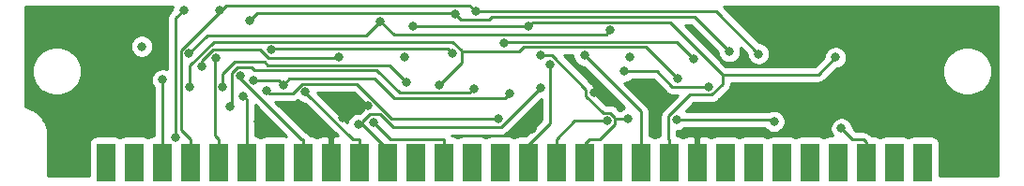
<source format=gbr>
%TF.GenerationSoftware,KiCad,Pcbnew,(5.1.9)-1*%
%TF.CreationDate,2021-01-13T00:43:24+11:00*%
%TF.ProjectId,1M-30pinsimm,314d2d33-3070-4696-9e73-696d6d2e6b69,rev?*%
%TF.SameCoordinates,Original*%
%TF.FileFunction,Copper,L4,Bot*%
%TF.FilePolarity,Positive*%
%FSLAX46Y46*%
G04 Gerber Fmt 4.6, Leading zero omitted, Abs format (unit mm)*
G04 Created by KiCad (PCBNEW (5.1.9)-1) date 2021-01-13 00:43:24*
%MOMM*%
%LPD*%
G01*
G04 APERTURE LIST*
%TA.AperFunction,ComponentPad*%
%ADD10R,1.780000X3.500000*%
%TD*%
%TA.AperFunction,ViaPad*%
%ADD11C,0.800000*%
%TD*%
%TA.AperFunction,Conductor*%
%ADD12C,0.250000*%
%TD*%
%TA.AperFunction,Conductor*%
%ADD13C,0.254000*%
%TD*%
%TA.AperFunction,Conductor*%
%ADD14C,0.100000*%
%TD*%
G04 APERTURE END LIST*
D10*
%TO.P,B1,21*%
%TO.N,WE*%
X172974000Y-125098000D03*
%TO.P,B1,20*%
%TO.N,DQ5*%
X170434000Y-125098000D03*
%TO.P,B1,29*%
%TO.N,DP*%
X193294000Y-125098000D03*
%TO.P,B1,28*%
%TO.N,CASP*%
X190754000Y-125098000D03*
%TO.P,B1,27*%
%TO.N,RAS*%
X188214000Y-125098000D03*
%TO.P,B1,19*%
%TO.N,Net-(B1-Pad19)*%
X167894000Y-125098000D03*
%TO.P,B1,30*%
%TO.N,+5V*%
X195834000Y-125098000D03*
%TO.P,B1,26*%
%TO.N,QP*%
X185674000Y-125098000D03*
%TO.P,B1,17*%
%TO.N,A8*%
X162814000Y-125098000D03*
%TO.P,B1,25*%
%TO.N,DQ7*%
X183134000Y-125098000D03*
%TO.P,B1,22*%
%TO.N,GND*%
X175514000Y-125098000D03*
%TO.P,B1,18*%
%TO.N,A9*%
X165354000Y-125098000D03*
%TO.P,B1,24*%
%TO.N,Net-(B1-Pad24)*%
X180594000Y-125098000D03*
%TO.P,B1,23*%
%TO.N,DQ6*%
X178054000Y-125098000D03*
%TO.P,B1,12*%
%TO.N,A5*%
X150114000Y-125098000D03*
%TO.P,B1,11*%
%TO.N,A4*%
X147574000Y-125098000D03*
%TO.P,B1,10*%
%TO.N,DQ2*%
X145034000Y-125098000D03*
%TO.P,B1,16*%
%TO.N,DQ4*%
X160274000Y-125098000D03*
%TO.P,B1,13*%
%TO.N,DQ3*%
X152654000Y-125098000D03*
%TO.P,B1,9*%
%TO.N,GND*%
X142494000Y-125098000D03*
%TO.P,B1,15*%
%TO.N,A7*%
X157734000Y-125098000D03*
%TO.P,B1,14*%
%TO.N,A6*%
X155194000Y-125098000D03*
%TO.P,B1,7*%
%TO.N,A2*%
X137414000Y-125098000D03*
%TO.P,B1,8*%
%TO.N,A3*%
X139954000Y-125098000D03*
%TO.P,B1,6*%
%TO.N,DQ1*%
X134874000Y-125098000D03*
%TO.P,B1,5*%
%TO.N,A1*%
X132334000Y-125098000D03*
%TO.P,B1,4*%
%TO.N,A0*%
X129794000Y-125098000D03*
%TO.P,B1,3*%
%TO.N,DQ0*%
X127254000Y-125098000D03*
%TO.P,B1,2*%
%TO.N,CAS*%
X124714000Y-125098000D03*
%TO.P,B1,1*%
%TO.N,+5V*%
X122174000Y-125098000D03*
%TD*%
D11*
%TO.N,WE*%
X149922800Y-112748300D03*
X160265200Y-112812600D03*
X187997800Y-115603700D03*
%TO.N,DQ5*%
X165353400Y-115435000D03*
%TO.N,CASP*%
X188529500Y-122036800D03*
%TO.N,+5V*%
X169430700Y-115582700D03*
X125420700Y-114609300D03*
X149161500Y-115608100D03*
%TO.N,A8*%
X167402200Y-121348200D03*
X136692400Y-118622800D03*
X157595200Y-121133900D03*
%TO.N,GND*%
X124728100Y-118582800D03*
X170180200Y-118142700D03*
X145846800Y-119989600D03*
X123190000Y-111760000D03*
X143560500Y-121087900D03*
X190725300Y-122104200D03*
X135955300Y-121373400D03*
X160665000Y-122072300D03*
X166224800Y-118790000D03*
%TO.N,A9*%
X182449000Y-121406200D03*
X173675500Y-121232500D03*
X169309900Y-121117200D03*
X137102500Y-114901400D03*
X153436400Y-115226200D03*
X161421000Y-115429500D03*
%TO.N,A5*%
X173770600Y-117545200D03*
X129718400Y-118279800D03*
X152281400Y-118081800D03*
%TO.N,A4*%
X161418400Y-118339700D03*
X144994700Y-121679700D03*
%TO.N,DQ2*%
X140191700Y-118735600D03*
%TO.N,DQ4*%
X162207700Y-116248500D03*
%TO.N,DQ3*%
X146306300Y-121480400D03*
%TO.N,A7*%
X155398300Y-118414300D03*
X133413800Y-120082000D03*
%TO.N,A6*%
X176549800Y-118258800D03*
X168926600Y-116872700D03*
X132740400Y-118318000D03*
X149329200Y-117830700D03*
%TO.N,A2*%
X175171600Y-115704400D03*
X158141000Y-114314200D03*
X129194000Y-111328500D03*
X128488200Y-122838200D03*
%TO.N,A3*%
X167704900Y-113119300D03*
X146955400Y-112314600D03*
X129687800Y-115247800D03*
X134330500Y-117229600D03*
%TO.N,DQ1*%
X134565300Y-119095300D03*
%TO.N,A1*%
X135178800Y-112265700D03*
X132133300Y-115646500D03*
X153699000Y-111651100D03*
X178437900Y-115071700D03*
%TO.N,A0*%
X132403800Y-111328500D03*
X155565700Y-111454500D03*
X181059300Y-115276100D03*
%TO.N,DQ0*%
X143234900Y-115581100D03*
X130822800Y-116397100D03*
X127286500Y-117637300D03*
%TO.N,CAS*%
X158622000Y-118857300D03*
X135469300Y-117651200D03*
X138180200Y-118077100D03*
%TD*%
D12*
%TO.N,WE*%
X172974000Y-123022700D02*
X172950200Y-122998900D01*
X172950200Y-122998900D02*
X172950200Y-120932100D01*
X172950200Y-120932100D02*
X174898200Y-118984100D01*
X174898200Y-118984100D02*
X176850300Y-118984100D01*
X176850300Y-118984100D02*
X177794200Y-118040200D01*
X177794200Y-118040200D02*
X177794200Y-117141600D01*
X187997800Y-115603700D02*
X186459900Y-117141600D01*
X186459900Y-117141600D02*
X177794200Y-117141600D01*
X177794200Y-117141600D02*
X173046600Y-112394000D01*
X173046600Y-112394000D02*
X160683800Y-112394000D01*
X160683800Y-112394000D02*
X160265200Y-112812600D01*
X160265200Y-112812600D02*
X149987100Y-112812600D01*
X149987100Y-112812600D02*
X149922800Y-112748300D01*
X172974000Y-123698000D02*
X172974000Y-123022700D01*
%TO.N,DQ5*%
X165353400Y-115435000D02*
X170434000Y-120515600D01*
X170434000Y-120515600D02*
X170434000Y-123698000D01*
%TO.N,CASP*%
X189515400Y-123022700D02*
X188529500Y-122036800D01*
X190754000Y-123261800D02*
X190514900Y-123022700D01*
X190754000Y-123698000D02*
X190754000Y-123261800D01*
X190514900Y-123022700D02*
X189515400Y-123022700D01*
%TO.N,A8*%
X162814000Y-123698000D02*
X162814000Y-123022700D01*
X162814000Y-123022700D02*
X164488500Y-121348200D01*
X164488500Y-121348200D02*
X167402200Y-121348200D01*
X157595200Y-121133900D02*
X147965700Y-121133900D01*
X147965700Y-121133900D02*
X144827700Y-117995900D01*
X144827700Y-117995900D02*
X139905700Y-117995900D01*
X139905700Y-117995900D02*
X139060100Y-118841500D01*
X139060100Y-118841500D02*
X136911100Y-118841500D01*
X136911100Y-118841500D02*
X136692400Y-118622800D01*
%TO.N,A9*%
X137102500Y-114901400D02*
X137172300Y-114831600D01*
X137172300Y-114831600D02*
X153041800Y-114831600D01*
X153041800Y-114831600D02*
X153436400Y-115226200D01*
X168127500Y-121117200D02*
X168127500Y-121047700D01*
X168127500Y-121047700D02*
X167702700Y-120622900D01*
X167702700Y-120622900D02*
X167032000Y-120622900D01*
X167032000Y-120622900D02*
X165499500Y-119090400D01*
X165499500Y-119090400D02*
X165499500Y-118489400D01*
X165499500Y-118489400D02*
X162439600Y-115429500D01*
X162439600Y-115429500D02*
X161421000Y-115429500D01*
X166753500Y-123022700D02*
X168127500Y-121648700D01*
X168127500Y-121648700D02*
X168127500Y-121117200D01*
X168127500Y-121117200D02*
X169309900Y-121117200D01*
X173675500Y-121232500D02*
X182275300Y-121232500D01*
X182275300Y-121232500D02*
X182449000Y-121406200D01*
X165354000Y-123477700D02*
X165809000Y-123022700D01*
X165354000Y-123698000D02*
X165354000Y-123477700D01*
X165809000Y-123022700D02*
X166753500Y-123022700D01*
%TO.N,A5*%
X154252500Y-115090500D02*
X154252500Y-115015700D01*
X154252500Y-115015700D02*
X153408800Y-114172000D01*
X153408800Y-114172000D02*
X131903500Y-114172000D01*
X131903500Y-114172000D02*
X129718400Y-116357100D01*
X129718400Y-116357100D02*
X129718400Y-118279800D01*
X152281400Y-118081800D02*
X154252500Y-116110700D01*
X154252500Y-116110700D02*
X154252500Y-115090500D01*
X154252500Y-115090500D02*
X159462800Y-115090500D01*
X159462800Y-115090500D02*
X159884600Y-114668700D01*
X159884600Y-114668700D02*
X170894100Y-114668700D01*
X170894100Y-114668700D02*
X173770600Y-117545200D01*
%TO.N,A4*%
X145352400Y-121679700D02*
X144994700Y-121679700D01*
X147574000Y-123698000D02*
X147370700Y-123698000D01*
X147370700Y-123698000D02*
X145352400Y-121679700D01*
X145352400Y-121679700D02*
X145352400Y-121408600D01*
X145352400Y-121408600D02*
X146006000Y-120755000D01*
X146006000Y-120755000D02*
X146949900Y-120755000D01*
X146949900Y-120755000D02*
X148100100Y-121905200D01*
X148100100Y-121905200D02*
X157852900Y-121905200D01*
X157852900Y-121905200D02*
X161418400Y-118339700D01*
%TO.N,DQ2*%
X140191700Y-118735600D02*
X140191700Y-118744800D01*
X140191700Y-118744800D02*
X144469600Y-123022700D01*
X144469600Y-123022700D02*
X145034000Y-123022700D01*
X145034000Y-123698000D02*
X145034000Y-123022700D01*
%TO.N,DQ4*%
X162207700Y-121595500D02*
X162207700Y-116248500D01*
X160274000Y-123529200D02*
X162207700Y-121595500D01*
X160274000Y-123698000D02*
X160274000Y-123529200D01*
%TO.N,DQ3*%
X152654000Y-123698000D02*
X152654000Y-123022700D01*
X152654000Y-123022700D02*
X147848600Y-123022700D01*
X147848600Y-123022700D02*
X146306300Y-121480400D01*
%TO.N,A7*%
X133413800Y-120082000D02*
X133509300Y-119986500D01*
X133509300Y-119986500D02*
X133509300Y-116982000D01*
X133509300Y-116982000D02*
X134012400Y-116478900D01*
X134012400Y-116478900D02*
X135322900Y-116478900D01*
X135322900Y-116478900D02*
X135600700Y-116756700D01*
X135600700Y-116756700D02*
X146605100Y-116756700D01*
X146605100Y-116756700D02*
X148668600Y-118820200D01*
X148668600Y-118820200D02*
X154992400Y-118820200D01*
X154992400Y-118820200D02*
X155398300Y-118414300D01*
%TO.N,A6*%
X168926600Y-116872700D02*
X171872600Y-116872700D01*
X171872600Y-116872700D02*
X173270500Y-118270600D01*
X173270500Y-118270600D02*
X176538000Y-118270600D01*
X176538000Y-118270600D02*
X176549800Y-118258800D01*
X132740400Y-118318000D02*
X132740400Y-117114000D01*
X132740400Y-117114000D02*
X133825900Y-116028500D01*
X133825900Y-116028500D02*
X136525300Y-116028500D01*
X136525300Y-116028500D02*
X136803200Y-116306400D01*
X136803200Y-116306400D02*
X147804900Y-116306400D01*
X147804900Y-116306400D02*
X149329200Y-117830700D01*
%TO.N,A2*%
X158141000Y-114314200D02*
X158236900Y-114218300D01*
X158236900Y-114218300D02*
X173685500Y-114218300D01*
X173685500Y-114218300D02*
X175171600Y-115704400D01*
X128488200Y-122838200D02*
X128488200Y-112034300D01*
X128488200Y-112034300D02*
X129194000Y-111328500D01*
%TO.N,A3*%
X146955400Y-112314600D02*
X145637200Y-113632800D01*
X145637200Y-113632800D02*
X131302800Y-113632800D01*
X131302800Y-113632800D02*
X129687800Y-115247800D01*
X146955400Y-112314600D02*
X148178700Y-113537900D01*
X148178700Y-113537900D02*
X167286300Y-113537900D01*
X167286300Y-113537900D02*
X167704900Y-113119300D01*
X134330500Y-117229600D02*
X134330500Y-117538100D01*
X134330500Y-117538100D02*
X139815100Y-123022700D01*
X139815100Y-123022700D02*
X139954000Y-123022700D01*
X139954000Y-123698000D02*
X139954000Y-123022700D01*
%TO.N,DQ1*%
X134874000Y-123698000D02*
X134874000Y-123022700D01*
X134874000Y-123022700D02*
X134874000Y-119404000D01*
X134874000Y-119404000D02*
X134565300Y-119095300D01*
%TO.N,A1*%
X135178800Y-112265700D02*
X135868900Y-111575600D01*
X135868900Y-111575600D02*
X153623500Y-111575600D01*
X153623500Y-111575600D02*
X153699000Y-111651100D01*
X132334000Y-123698000D02*
X132334000Y-123022700D01*
X132334000Y-123022700D02*
X131996100Y-122684800D01*
X131996100Y-122684800D02*
X131996100Y-115783700D01*
X131996100Y-115783700D02*
X132133300Y-115646500D01*
X178437900Y-115071700D02*
X175279400Y-111913200D01*
X175279400Y-111913200D02*
X157027500Y-111913200D01*
X157027500Y-111913200D02*
X156742300Y-112198400D01*
X156742300Y-112198400D02*
X154246300Y-112198400D01*
X154246300Y-112198400D02*
X153699000Y-111651100D01*
%TO.N,A0*%
X132491300Y-111416000D02*
X133019900Y-110887400D01*
X133019900Y-110887400D02*
X154998600Y-110887400D01*
X154998600Y-110887400D02*
X155565700Y-111454500D01*
X129794000Y-123022700D02*
X128957300Y-122186000D01*
X128957300Y-122186000D02*
X128957300Y-114950000D01*
X128957300Y-114950000D02*
X132491300Y-111416000D01*
X132403800Y-111328500D02*
X132491300Y-111416000D01*
X129794000Y-123698000D02*
X129794000Y-123022700D01*
X181059300Y-115276100D02*
X177237700Y-111454500D01*
X177237700Y-111454500D02*
X155565700Y-111454500D01*
%TO.N,DQ0*%
X143234900Y-115581100D02*
X143140900Y-115675100D01*
X143140900Y-115675100D02*
X136808800Y-115675100D01*
X136808800Y-115675100D02*
X136054900Y-114921200D01*
X136054900Y-114921200D02*
X131832900Y-114921200D01*
X131832900Y-114921200D02*
X130822800Y-115931300D01*
X130822800Y-115931300D02*
X130822800Y-116397100D01*
X127286500Y-123665500D02*
X127254000Y-123698000D01*
X127286500Y-117637300D02*
X127286500Y-123665500D01*
%TO.N,CAS*%
X138180200Y-118077100D02*
X138731600Y-117525700D01*
X138731600Y-117525700D02*
X146439700Y-117525700D01*
X146439700Y-117525700D02*
X148184600Y-119270600D01*
X148184600Y-119270600D02*
X158208700Y-119270600D01*
X158208700Y-119270600D02*
X158622000Y-118857300D01*
X138180200Y-118077100D02*
X137754300Y-117651200D01*
X137754300Y-117651200D02*
X135469300Y-117651200D01*
%TD*%
D13*
%TO.N,GND*%
X202667000Y-126340000D02*
X197362072Y-126340000D01*
X197362072Y-123348000D01*
X197349812Y-123223518D01*
X197313502Y-123103820D01*
X197254537Y-122993506D01*
X197175185Y-122896815D01*
X197078494Y-122817463D01*
X196968180Y-122758498D01*
X196848482Y-122722188D01*
X196724000Y-122709928D01*
X194944000Y-122709928D01*
X194819518Y-122722188D01*
X194699820Y-122758498D01*
X194589506Y-122817463D01*
X194564000Y-122838395D01*
X194538494Y-122817463D01*
X194428180Y-122758498D01*
X194308482Y-122722188D01*
X194184000Y-122709928D01*
X192404000Y-122709928D01*
X192279518Y-122722188D01*
X192159820Y-122758498D01*
X192049506Y-122817463D01*
X192024000Y-122838395D01*
X191998494Y-122817463D01*
X191888180Y-122758498D01*
X191768482Y-122722188D01*
X191644000Y-122709928D01*
X191279536Y-122709928D01*
X191265002Y-122698000D01*
X191078703Y-122511702D01*
X191054901Y-122482699D01*
X190939176Y-122387726D01*
X190807147Y-122317154D01*
X190663886Y-122273697D01*
X190552233Y-122262700D01*
X190552222Y-122262700D01*
X190514900Y-122259024D01*
X190477578Y-122262700D01*
X189830202Y-122262700D01*
X189564500Y-121996998D01*
X189564500Y-121934861D01*
X189524726Y-121734902D01*
X189446705Y-121546544D01*
X189333437Y-121377026D01*
X189189274Y-121232863D01*
X189019756Y-121119595D01*
X188831398Y-121041574D01*
X188631439Y-121001800D01*
X188427561Y-121001800D01*
X188227602Y-121041574D01*
X188039244Y-121119595D01*
X187869726Y-121232863D01*
X187725563Y-121377026D01*
X187612295Y-121546544D01*
X187534274Y-121734902D01*
X187494500Y-121934861D01*
X187494500Y-122138739D01*
X187534274Y-122338698D01*
X187612295Y-122527056D01*
X187725563Y-122696574D01*
X187738917Y-122709928D01*
X187324000Y-122709928D01*
X187199518Y-122722188D01*
X187079820Y-122758498D01*
X186969506Y-122817463D01*
X186944000Y-122838395D01*
X186918494Y-122817463D01*
X186808180Y-122758498D01*
X186688482Y-122722188D01*
X186564000Y-122709928D01*
X184784000Y-122709928D01*
X184659518Y-122722188D01*
X184539820Y-122758498D01*
X184429506Y-122817463D01*
X184404000Y-122838395D01*
X184378494Y-122817463D01*
X184268180Y-122758498D01*
X184148482Y-122722188D01*
X184024000Y-122709928D01*
X182244000Y-122709928D01*
X182119518Y-122722188D01*
X181999820Y-122758498D01*
X181889506Y-122817463D01*
X181864000Y-122838395D01*
X181838494Y-122817463D01*
X181728180Y-122758498D01*
X181608482Y-122722188D01*
X181484000Y-122709928D01*
X179704000Y-122709928D01*
X179579518Y-122722188D01*
X179459820Y-122758498D01*
X179349506Y-122817463D01*
X179324000Y-122838395D01*
X179298494Y-122817463D01*
X179188180Y-122758498D01*
X179068482Y-122722188D01*
X178944000Y-122709928D01*
X177164000Y-122709928D01*
X177039518Y-122722188D01*
X176919820Y-122758498D01*
X176809506Y-122817463D01*
X176784000Y-122838395D01*
X176758494Y-122817463D01*
X176648180Y-122758498D01*
X176528482Y-122722188D01*
X176404000Y-122709928D01*
X175799750Y-122713000D01*
X175641000Y-122871750D01*
X175641000Y-124971000D01*
X175661000Y-124971000D01*
X175661000Y-125225000D01*
X175641000Y-125225000D01*
X175641000Y-125245000D01*
X175387000Y-125245000D01*
X175387000Y-125225000D01*
X175367000Y-125225000D01*
X175367000Y-124971000D01*
X175387000Y-124971000D01*
X175387000Y-122871750D01*
X175228250Y-122713000D01*
X174624000Y-122709928D01*
X174499518Y-122722188D01*
X174379820Y-122758498D01*
X174269506Y-122817463D01*
X174244000Y-122838395D01*
X174218494Y-122817463D01*
X174108180Y-122758498D01*
X173988482Y-122722188D01*
X173864000Y-122709928D01*
X173710200Y-122709928D01*
X173710200Y-122267500D01*
X173777439Y-122267500D01*
X173977398Y-122227726D01*
X174165756Y-122149705D01*
X174335274Y-122036437D01*
X174379211Y-121992500D01*
X181595969Y-121992500D01*
X181645063Y-122065974D01*
X181789226Y-122210137D01*
X181958744Y-122323405D01*
X182147102Y-122401426D01*
X182347061Y-122441200D01*
X182550939Y-122441200D01*
X182750898Y-122401426D01*
X182939256Y-122323405D01*
X183108774Y-122210137D01*
X183252937Y-122065974D01*
X183366205Y-121896456D01*
X183444226Y-121708098D01*
X183484000Y-121508139D01*
X183484000Y-121304261D01*
X183444226Y-121104302D01*
X183366205Y-120915944D01*
X183252937Y-120746426D01*
X183108774Y-120602263D01*
X182939256Y-120488995D01*
X182750898Y-120410974D01*
X182550939Y-120371200D01*
X182347061Y-120371200D01*
X182147102Y-120410974D01*
X181998566Y-120472500D01*
X174484602Y-120472500D01*
X175213002Y-119744100D01*
X176812978Y-119744100D01*
X176850300Y-119747776D01*
X176887622Y-119744100D01*
X176887633Y-119744100D01*
X176999286Y-119733103D01*
X177142547Y-119689646D01*
X177274576Y-119619074D01*
X177390301Y-119524101D01*
X177414104Y-119495098D01*
X178305204Y-118603998D01*
X178334201Y-118580201D01*
X178429174Y-118464476D01*
X178499746Y-118332447D01*
X178543203Y-118189186D01*
X178554200Y-118077533D01*
X178554200Y-118077524D01*
X178557876Y-118040201D01*
X178554200Y-118002878D01*
X178554200Y-117901600D01*
X186422578Y-117901600D01*
X186459900Y-117905276D01*
X186497222Y-117901600D01*
X186497233Y-117901600D01*
X186608886Y-117890603D01*
X186752147Y-117847146D01*
X186884176Y-117776574D01*
X186999901Y-117681601D01*
X187023704Y-117652597D01*
X188037602Y-116638700D01*
X188099739Y-116638700D01*
X188194394Y-116619872D01*
X197663000Y-116619872D01*
X197663000Y-117060128D01*
X197748890Y-117491925D01*
X197917369Y-117898669D01*
X198161962Y-118264729D01*
X198473271Y-118576038D01*
X198839331Y-118820631D01*
X199246075Y-118989110D01*
X199677872Y-119075000D01*
X200118128Y-119075000D01*
X200549925Y-118989110D01*
X200956669Y-118820631D01*
X201322729Y-118576038D01*
X201634038Y-118264729D01*
X201878631Y-117898669D01*
X202047110Y-117491925D01*
X202133000Y-117060128D01*
X202133000Y-116619872D01*
X202047110Y-116188075D01*
X201878631Y-115781331D01*
X201634038Y-115415271D01*
X201322729Y-115103962D01*
X200956669Y-114859369D01*
X200549925Y-114690890D01*
X200118128Y-114605000D01*
X199677872Y-114605000D01*
X199246075Y-114690890D01*
X198839331Y-114859369D01*
X198473271Y-115103962D01*
X198161962Y-115415271D01*
X197917369Y-115781331D01*
X197748890Y-116188075D01*
X197663000Y-116619872D01*
X188194394Y-116619872D01*
X188299698Y-116598926D01*
X188488056Y-116520905D01*
X188657574Y-116407637D01*
X188801737Y-116263474D01*
X188915005Y-116093956D01*
X188993026Y-115905598D01*
X189032800Y-115705639D01*
X189032800Y-115501761D01*
X188993026Y-115301802D01*
X188915005Y-115113444D01*
X188801737Y-114943926D01*
X188657574Y-114799763D01*
X188488056Y-114686495D01*
X188299698Y-114608474D01*
X188099739Y-114568700D01*
X187895861Y-114568700D01*
X187695902Y-114608474D01*
X187507544Y-114686495D01*
X187338026Y-114799763D01*
X187193863Y-114943926D01*
X187080595Y-115113444D01*
X187002574Y-115301802D01*
X186962800Y-115501761D01*
X186962800Y-115563898D01*
X186145099Y-116381600D01*
X178109002Y-116381600D01*
X174400601Y-112673200D01*
X174964599Y-112673200D01*
X177402900Y-115111502D01*
X177402900Y-115173639D01*
X177442674Y-115373598D01*
X177520695Y-115561956D01*
X177633963Y-115731474D01*
X177778126Y-115875637D01*
X177947644Y-115988905D01*
X178136002Y-116066926D01*
X178335961Y-116106700D01*
X178539839Y-116106700D01*
X178739798Y-116066926D01*
X178928156Y-115988905D01*
X179097674Y-115875637D01*
X179241837Y-115731474D01*
X179355105Y-115561956D01*
X179433126Y-115373598D01*
X179472900Y-115173639D01*
X179472900Y-114969761D01*
X179433126Y-114769802D01*
X179401253Y-114692855D01*
X180024300Y-115315902D01*
X180024300Y-115378039D01*
X180064074Y-115577998D01*
X180142095Y-115766356D01*
X180255363Y-115935874D01*
X180399526Y-116080037D01*
X180569044Y-116193305D01*
X180757402Y-116271326D01*
X180957361Y-116311100D01*
X181161239Y-116311100D01*
X181361198Y-116271326D01*
X181549556Y-116193305D01*
X181719074Y-116080037D01*
X181863237Y-115935874D01*
X181976505Y-115766356D01*
X182054526Y-115577998D01*
X182094300Y-115378039D01*
X182094300Y-115174161D01*
X182054526Y-114974202D01*
X181976505Y-114785844D01*
X181863237Y-114616326D01*
X181719074Y-114472163D01*
X181549556Y-114358895D01*
X181361198Y-114280874D01*
X181161239Y-114241100D01*
X181099102Y-114241100D01*
X177881001Y-111023000D01*
X202667001Y-111023000D01*
X202667000Y-126340000D01*
%TA.AperFunction,Conductor*%
D14*
G36*
X202667000Y-126340000D02*
G01*
X197362072Y-126340000D01*
X197362072Y-123348000D01*
X197349812Y-123223518D01*
X197313502Y-123103820D01*
X197254537Y-122993506D01*
X197175185Y-122896815D01*
X197078494Y-122817463D01*
X196968180Y-122758498D01*
X196848482Y-122722188D01*
X196724000Y-122709928D01*
X194944000Y-122709928D01*
X194819518Y-122722188D01*
X194699820Y-122758498D01*
X194589506Y-122817463D01*
X194564000Y-122838395D01*
X194538494Y-122817463D01*
X194428180Y-122758498D01*
X194308482Y-122722188D01*
X194184000Y-122709928D01*
X192404000Y-122709928D01*
X192279518Y-122722188D01*
X192159820Y-122758498D01*
X192049506Y-122817463D01*
X192024000Y-122838395D01*
X191998494Y-122817463D01*
X191888180Y-122758498D01*
X191768482Y-122722188D01*
X191644000Y-122709928D01*
X191279536Y-122709928D01*
X191265002Y-122698000D01*
X191078703Y-122511702D01*
X191054901Y-122482699D01*
X190939176Y-122387726D01*
X190807147Y-122317154D01*
X190663886Y-122273697D01*
X190552233Y-122262700D01*
X190552222Y-122262700D01*
X190514900Y-122259024D01*
X190477578Y-122262700D01*
X189830202Y-122262700D01*
X189564500Y-121996998D01*
X189564500Y-121934861D01*
X189524726Y-121734902D01*
X189446705Y-121546544D01*
X189333437Y-121377026D01*
X189189274Y-121232863D01*
X189019756Y-121119595D01*
X188831398Y-121041574D01*
X188631439Y-121001800D01*
X188427561Y-121001800D01*
X188227602Y-121041574D01*
X188039244Y-121119595D01*
X187869726Y-121232863D01*
X187725563Y-121377026D01*
X187612295Y-121546544D01*
X187534274Y-121734902D01*
X187494500Y-121934861D01*
X187494500Y-122138739D01*
X187534274Y-122338698D01*
X187612295Y-122527056D01*
X187725563Y-122696574D01*
X187738917Y-122709928D01*
X187324000Y-122709928D01*
X187199518Y-122722188D01*
X187079820Y-122758498D01*
X186969506Y-122817463D01*
X186944000Y-122838395D01*
X186918494Y-122817463D01*
X186808180Y-122758498D01*
X186688482Y-122722188D01*
X186564000Y-122709928D01*
X184784000Y-122709928D01*
X184659518Y-122722188D01*
X184539820Y-122758498D01*
X184429506Y-122817463D01*
X184404000Y-122838395D01*
X184378494Y-122817463D01*
X184268180Y-122758498D01*
X184148482Y-122722188D01*
X184024000Y-122709928D01*
X182244000Y-122709928D01*
X182119518Y-122722188D01*
X181999820Y-122758498D01*
X181889506Y-122817463D01*
X181864000Y-122838395D01*
X181838494Y-122817463D01*
X181728180Y-122758498D01*
X181608482Y-122722188D01*
X181484000Y-122709928D01*
X179704000Y-122709928D01*
X179579518Y-122722188D01*
X179459820Y-122758498D01*
X179349506Y-122817463D01*
X179324000Y-122838395D01*
X179298494Y-122817463D01*
X179188180Y-122758498D01*
X179068482Y-122722188D01*
X178944000Y-122709928D01*
X177164000Y-122709928D01*
X177039518Y-122722188D01*
X176919820Y-122758498D01*
X176809506Y-122817463D01*
X176784000Y-122838395D01*
X176758494Y-122817463D01*
X176648180Y-122758498D01*
X176528482Y-122722188D01*
X176404000Y-122709928D01*
X175799750Y-122713000D01*
X175641000Y-122871750D01*
X175641000Y-124971000D01*
X175661000Y-124971000D01*
X175661000Y-125225000D01*
X175641000Y-125225000D01*
X175641000Y-125245000D01*
X175387000Y-125245000D01*
X175387000Y-125225000D01*
X175367000Y-125225000D01*
X175367000Y-124971000D01*
X175387000Y-124971000D01*
X175387000Y-122871750D01*
X175228250Y-122713000D01*
X174624000Y-122709928D01*
X174499518Y-122722188D01*
X174379820Y-122758498D01*
X174269506Y-122817463D01*
X174244000Y-122838395D01*
X174218494Y-122817463D01*
X174108180Y-122758498D01*
X173988482Y-122722188D01*
X173864000Y-122709928D01*
X173710200Y-122709928D01*
X173710200Y-122267500D01*
X173777439Y-122267500D01*
X173977398Y-122227726D01*
X174165756Y-122149705D01*
X174335274Y-122036437D01*
X174379211Y-121992500D01*
X181595969Y-121992500D01*
X181645063Y-122065974D01*
X181789226Y-122210137D01*
X181958744Y-122323405D01*
X182147102Y-122401426D01*
X182347061Y-122441200D01*
X182550939Y-122441200D01*
X182750898Y-122401426D01*
X182939256Y-122323405D01*
X183108774Y-122210137D01*
X183252937Y-122065974D01*
X183366205Y-121896456D01*
X183444226Y-121708098D01*
X183484000Y-121508139D01*
X183484000Y-121304261D01*
X183444226Y-121104302D01*
X183366205Y-120915944D01*
X183252937Y-120746426D01*
X183108774Y-120602263D01*
X182939256Y-120488995D01*
X182750898Y-120410974D01*
X182550939Y-120371200D01*
X182347061Y-120371200D01*
X182147102Y-120410974D01*
X181998566Y-120472500D01*
X174484602Y-120472500D01*
X175213002Y-119744100D01*
X176812978Y-119744100D01*
X176850300Y-119747776D01*
X176887622Y-119744100D01*
X176887633Y-119744100D01*
X176999286Y-119733103D01*
X177142547Y-119689646D01*
X177274576Y-119619074D01*
X177390301Y-119524101D01*
X177414104Y-119495098D01*
X178305204Y-118603998D01*
X178334201Y-118580201D01*
X178429174Y-118464476D01*
X178499746Y-118332447D01*
X178543203Y-118189186D01*
X178554200Y-118077533D01*
X178554200Y-118077524D01*
X178557876Y-118040201D01*
X178554200Y-118002878D01*
X178554200Y-117901600D01*
X186422578Y-117901600D01*
X186459900Y-117905276D01*
X186497222Y-117901600D01*
X186497233Y-117901600D01*
X186608886Y-117890603D01*
X186752147Y-117847146D01*
X186884176Y-117776574D01*
X186999901Y-117681601D01*
X187023704Y-117652597D01*
X188037602Y-116638700D01*
X188099739Y-116638700D01*
X188194394Y-116619872D01*
X197663000Y-116619872D01*
X197663000Y-117060128D01*
X197748890Y-117491925D01*
X197917369Y-117898669D01*
X198161962Y-118264729D01*
X198473271Y-118576038D01*
X198839331Y-118820631D01*
X199246075Y-118989110D01*
X199677872Y-119075000D01*
X200118128Y-119075000D01*
X200549925Y-118989110D01*
X200956669Y-118820631D01*
X201322729Y-118576038D01*
X201634038Y-118264729D01*
X201878631Y-117898669D01*
X202047110Y-117491925D01*
X202133000Y-117060128D01*
X202133000Y-116619872D01*
X202047110Y-116188075D01*
X201878631Y-115781331D01*
X201634038Y-115415271D01*
X201322729Y-115103962D01*
X200956669Y-114859369D01*
X200549925Y-114690890D01*
X200118128Y-114605000D01*
X199677872Y-114605000D01*
X199246075Y-114690890D01*
X198839331Y-114859369D01*
X198473271Y-115103962D01*
X198161962Y-115415271D01*
X197917369Y-115781331D01*
X197748890Y-116188075D01*
X197663000Y-116619872D01*
X188194394Y-116619872D01*
X188299698Y-116598926D01*
X188488056Y-116520905D01*
X188657574Y-116407637D01*
X188801737Y-116263474D01*
X188915005Y-116093956D01*
X188993026Y-115905598D01*
X189032800Y-115705639D01*
X189032800Y-115501761D01*
X188993026Y-115301802D01*
X188915005Y-115113444D01*
X188801737Y-114943926D01*
X188657574Y-114799763D01*
X188488056Y-114686495D01*
X188299698Y-114608474D01*
X188099739Y-114568700D01*
X187895861Y-114568700D01*
X187695902Y-114608474D01*
X187507544Y-114686495D01*
X187338026Y-114799763D01*
X187193863Y-114943926D01*
X187080595Y-115113444D01*
X187002574Y-115301802D01*
X186962800Y-115501761D01*
X186962800Y-115563898D01*
X186145099Y-116381600D01*
X178109002Y-116381600D01*
X174400601Y-112673200D01*
X174964599Y-112673200D01*
X177402900Y-115111502D01*
X177402900Y-115173639D01*
X177442674Y-115373598D01*
X177520695Y-115561956D01*
X177633963Y-115731474D01*
X177778126Y-115875637D01*
X177947644Y-115988905D01*
X178136002Y-116066926D01*
X178335961Y-116106700D01*
X178539839Y-116106700D01*
X178739798Y-116066926D01*
X178928156Y-115988905D01*
X179097674Y-115875637D01*
X179241837Y-115731474D01*
X179355105Y-115561956D01*
X179433126Y-115373598D01*
X179472900Y-115173639D01*
X179472900Y-114969761D01*
X179433126Y-114769802D01*
X179401253Y-114692855D01*
X180024300Y-115315902D01*
X180024300Y-115378039D01*
X180064074Y-115577998D01*
X180142095Y-115766356D01*
X180255363Y-115935874D01*
X180399526Y-116080037D01*
X180569044Y-116193305D01*
X180757402Y-116271326D01*
X180957361Y-116311100D01*
X181161239Y-116311100D01*
X181361198Y-116271326D01*
X181549556Y-116193305D01*
X181719074Y-116080037D01*
X181863237Y-115935874D01*
X181976505Y-115766356D01*
X182054526Y-115577998D01*
X182094300Y-115378039D01*
X182094300Y-115174161D01*
X182054526Y-114974202D01*
X181976505Y-114785844D01*
X181863237Y-114616326D01*
X181719074Y-114472163D01*
X181549556Y-114358895D01*
X181361198Y-114280874D01*
X181161239Y-114241100D01*
X181099102Y-114241100D01*
X177881001Y-111023000D01*
X202667001Y-111023000D01*
X202667000Y-126340000D01*
G37*
%TD.AperFunction*%
D13*
X128198774Y-111026602D02*
X128159000Y-111226561D01*
X128159000Y-111288699D01*
X127977198Y-111470501D01*
X127948200Y-111494299D01*
X127924402Y-111523297D01*
X127924401Y-111523298D01*
X127853226Y-111610024D01*
X127782654Y-111742054D01*
X127772782Y-111774599D01*
X127739198Y-111885314D01*
X127735092Y-111927003D01*
X127724524Y-112034300D01*
X127728201Y-112071632D01*
X127728201Y-116699983D01*
X127588398Y-116642074D01*
X127388439Y-116602300D01*
X127184561Y-116602300D01*
X126984602Y-116642074D01*
X126796244Y-116720095D01*
X126626726Y-116833363D01*
X126482563Y-116977526D01*
X126369295Y-117147044D01*
X126291274Y-117335402D01*
X126251500Y-117535361D01*
X126251500Y-117739239D01*
X126291274Y-117939198D01*
X126369295Y-118127556D01*
X126482563Y-118297074D01*
X126526500Y-118341011D01*
X126526501Y-122709928D01*
X126364000Y-122709928D01*
X126239518Y-122722188D01*
X126119820Y-122758498D01*
X126009506Y-122817463D01*
X125984000Y-122838395D01*
X125958494Y-122817463D01*
X125848180Y-122758498D01*
X125728482Y-122722188D01*
X125604000Y-122709928D01*
X123824000Y-122709928D01*
X123699518Y-122722188D01*
X123579820Y-122758498D01*
X123469506Y-122817463D01*
X123444000Y-122838395D01*
X123418494Y-122817463D01*
X123308180Y-122758498D01*
X123188482Y-122722188D01*
X123064000Y-122709928D01*
X121284000Y-122709928D01*
X121159518Y-122722188D01*
X121039820Y-122758498D01*
X120929506Y-122817463D01*
X120832815Y-122896815D01*
X120753463Y-122993506D01*
X120694498Y-123103820D01*
X120658188Y-123223518D01*
X120645928Y-123348000D01*
X120645928Y-126340000D01*
X116992000Y-126340000D01*
X116992000Y-122649581D01*
X116989146Y-122620603D01*
X116989234Y-122607997D01*
X116988334Y-122598826D01*
X116946882Y-122204422D01*
X116934855Y-122145829D01*
X116923645Y-122087065D01*
X116920981Y-122078243D01*
X116803710Y-121699401D01*
X116780526Y-121644250D01*
X116758120Y-121588792D01*
X116753794Y-121580655D01*
X116565172Y-121231807D01*
X116531717Y-121182208D01*
X116498968Y-121132162D01*
X116493144Y-121125021D01*
X116240356Y-120819453D01*
X116197923Y-120777315D01*
X116156057Y-120734562D01*
X116148962Y-120728694D01*
X116148957Y-120728689D01*
X116148952Y-120728685D01*
X115841631Y-120478041D01*
X115791838Y-120444959D01*
X115742449Y-120411141D01*
X115734343Y-120406759D01*
X115384187Y-120220577D01*
X115328867Y-120197776D01*
X115273899Y-120174216D01*
X115265099Y-120171492D01*
X115265093Y-120171490D01*
X114960000Y-120079378D01*
X114960000Y-116619872D01*
X115494000Y-116619872D01*
X115494000Y-117060128D01*
X115579890Y-117491925D01*
X115748369Y-117898669D01*
X115992962Y-118264729D01*
X116304271Y-118576038D01*
X116670331Y-118820631D01*
X117077075Y-118989110D01*
X117508872Y-119075000D01*
X117949128Y-119075000D01*
X118380925Y-118989110D01*
X118787669Y-118820631D01*
X119153729Y-118576038D01*
X119465038Y-118264729D01*
X119709631Y-117898669D01*
X119878110Y-117491925D01*
X119964000Y-117060128D01*
X119964000Y-116619872D01*
X119878110Y-116188075D01*
X119709631Y-115781331D01*
X119465038Y-115415271D01*
X119153729Y-115103962D01*
X118787669Y-114859369D01*
X118380925Y-114690890D01*
X117949128Y-114605000D01*
X117508872Y-114605000D01*
X117077075Y-114690890D01*
X116670331Y-114859369D01*
X116304271Y-115103962D01*
X115992962Y-115415271D01*
X115748369Y-115781331D01*
X115579890Y-116188075D01*
X115494000Y-116619872D01*
X114960000Y-116619872D01*
X114960000Y-114507361D01*
X124385700Y-114507361D01*
X124385700Y-114711239D01*
X124425474Y-114911198D01*
X124503495Y-115099556D01*
X124616763Y-115269074D01*
X124760926Y-115413237D01*
X124930444Y-115526505D01*
X125118802Y-115604526D01*
X125318761Y-115644300D01*
X125522639Y-115644300D01*
X125722598Y-115604526D01*
X125910956Y-115526505D01*
X126080474Y-115413237D01*
X126224637Y-115269074D01*
X126337905Y-115099556D01*
X126415926Y-114911198D01*
X126455700Y-114711239D01*
X126455700Y-114507361D01*
X126415926Y-114307402D01*
X126337905Y-114119044D01*
X126224637Y-113949526D01*
X126080474Y-113805363D01*
X125910956Y-113692095D01*
X125722598Y-113614074D01*
X125522639Y-113574300D01*
X125318761Y-113574300D01*
X125118802Y-113614074D01*
X124930444Y-113692095D01*
X124760926Y-113805363D01*
X124616763Y-113949526D01*
X124503495Y-114119044D01*
X124425474Y-114307402D01*
X124385700Y-114507361D01*
X114960000Y-114507361D01*
X114960000Y-111023000D01*
X128200266Y-111023000D01*
X128198774Y-111026602D01*
%TA.AperFunction,Conductor*%
D14*
G36*
X128198774Y-111026602D02*
G01*
X128159000Y-111226561D01*
X128159000Y-111288699D01*
X127977198Y-111470501D01*
X127948200Y-111494299D01*
X127924402Y-111523297D01*
X127924401Y-111523298D01*
X127853226Y-111610024D01*
X127782654Y-111742054D01*
X127772782Y-111774599D01*
X127739198Y-111885314D01*
X127735092Y-111927003D01*
X127724524Y-112034300D01*
X127728201Y-112071632D01*
X127728201Y-116699983D01*
X127588398Y-116642074D01*
X127388439Y-116602300D01*
X127184561Y-116602300D01*
X126984602Y-116642074D01*
X126796244Y-116720095D01*
X126626726Y-116833363D01*
X126482563Y-116977526D01*
X126369295Y-117147044D01*
X126291274Y-117335402D01*
X126251500Y-117535361D01*
X126251500Y-117739239D01*
X126291274Y-117939198D01*
X126369295Y-118127556D01*
X126482563Y-118297074D01*
X126526500Y-118341011D01*
X126526501Y-122709928D01*
X126364000Y-122709928D01*
X126239518Y-122722188D01*
X126119820Y-122758498D01*
X126009506Y-122817463D01*
X125984000Y-122838395D01*
X125958494Y-122817463D01*
X125848180Y-122758498D01*
X125728482Y-122722188D01*
X125604000Y-122709928D01*
X123824000Y-122709928D01*
X123699518Y-122722188D01*
X123579820Y-122758498D01*
X123469506Y-122817463D01*
X123444000Y-122838395D01*
X123418494Y-122817463D01*
X123308180Y-122758498D01*
X123188482Y-122722188D01*
X123064000Y-122709928D01*
X121284000Y-122709928D01*
X121159518Y-122722188D01*
X121039820Y-122758498D01*
X120929506Y-122817463D01*
X120832815Y-122896815D01*
X120753463Y-122993506D01*
X120694498Y-123103820D01*
X120658188Y-123223518D01*
X120645928Y-123348000D01*
X120645928Y-126340000D01*
X116992000Y-126340000D01*
X116992000Y-122649581D01*
X116989146Y-122620603D01*
X116989234Y-122607997D01*
X116988334Y-122598826D01*
X116946882Y-122204422D01*
X116934855Y-122145829D01*
X116923645Y-122087065D01*
X116920981Y-122078243D01*
X116803710Y-121699401D01*
X116780526Y-121644250D01*
X116758120Y-121588792D01*
X116753794Y-121580655D01*
X116565172Y-121231807D01*
X116531717Y-121182208D01*
X116498968Y-121132162D01*
X116493144Y-121125021D01*
X116240356Y-120819453D01*
X116197923Y-120777315D01*
X116156057Y-120734562D01*
X116148962Y-120728694D01*
X116148957Y-120728689D01*
X116148952Y-120728685D01*
X115841631Y-120478041D01*
X115791838Y-120444959D01*
X115742449Y-120411141D01*
X115734343Y-120406759D01*
X115384187Y-120220577D01*
X115328867Y-120197776D01*
X115273899Y-120174216D01*
X115265099Y-120171492D01*
X115265093Y-120171490D01*
X114960000Y-120079378D01*
X114960000Y-116619872D01*
X115494000Y-116619872D01*
X115494000Y-117060128D01*
X115579890Y-117491925D01*
X115748369Y-117898669D01*
X115992962Y-118264729D01*
X116304271Y-118576038D01*
X116670331Y-118820631D01*
X117077075Y-118989110D01*
X117508872Y-119075000D01*
X117949128Y-119075000D01*
X118380925Y-118989110D01*
X118787669Y-118820631D01*
X119153729Y-118576038D01*
X119465038Y-118264729D01*
X119709631Y-117898669D01*
X119878110Y-117491925D01*
X119964000Y-117060128D01*
X119964000Y-116619872D01*
X119878110Y-116188075D01*
X119709631Y-115781331D01*
X119465038Y-115415271D01*
X119153729Y-115103962D01*
X118787669Y-114859369D01*
X118380925Y-114690890D01*
X117949128Y-114605000D01*
X117508872Y-114605000D01*
X117077075Y-114690890D01*
X116670331Y-114859369D01*
X116304271Y-115103962D01*
X115992962Y-115415271D01*
X115748369Y-115781331D01*
X115579890Y-116188075D01*
X115494000Y-116619872D01*
X114960000Y-116619872D01*
X114960000Y-114507361D01*
X124385700Y-114507361D01*
X124385700Y-114711239D01*
X124425474Y-114911198D01*
X124503495Y-115099556D01*
X124616763Y-115269074D01*
X124760926Y-115413237D01*
X124930444Y-115526505D01*
X125118802Y-115604526D01*
X125318761Y-115644300D01*
X125522639Y-115644300D01*
X125722598Y-115604526D01*
X125910956Y-115526505D01*
X126080474Y-115413237D01*
X126224637Y-115269074D01*
X126337905Y-115099556D01*
X126415926Y-114911198D01*
X126455700Y-114711239D01*
X126455700Y-114507361D01*
X126415926Y-114307402D01*
X126337905Y-114119044D01*
X126224637Y-113949526D01*
X126080474Y-113805363D01*
X125910956Y-113692095D01*
X125722598Y-113614074D01*
X125522639Y-113574300D01*
X125318761Y-113574300D01*
X125118802Y-113614074D01*
X124930444Y-113692095D01*
X124760926Y-113805363D01*
X124616763Y-113949526D01*
X124503495Y-114119044D01*
X124425474Y-114307402D01*
X124385700Y-114507361D01*
X114960000Y-114507361D01*
X114960000Y-111023000D01*
X128200266Y-111023000D01*
X128198774Y-111026602D01*
G37*
%TD.AperFunction*%
D13*
X139531926Y-119539537D02*
X139701444Y-119652805D01*
X139889802Y-119730826D01*
X140089761Y-119770600D01*
X140142699Y-119770600D01*
X143083554Y-122711455D01*
X142779750Y-122713000D01*
X142621000Y-122871750D01*
X142621000Y-124971000D01*
X142641000Y-124971000D01*
X142641000Y-125225000D01*
X142621000Y-125225000D01*
X142621000Y-125245000D01*
X142367000Y-125245000D01*
X142367000Y-125225000D01*
X142347000Y-125225000D01*
X142347000Y-124971000D01*
X142367000Y-124971000D01*
X142367000Y-122871750D01*
X142208250Y-122713000D01*
X141604000Y-122709928D01*
X141479518Y-122722188D01*
X141359820Y-122758498D01*
X141249506Y-122817463D01*
X141224000Y-122838395D01*
X141198494Y-122817463D01*
X141088180Y-122758498D01*
X140968482Y-122722188D01*
X140844000Y-122709928D01*
X140648575Y-122709928D01*
X140588974Y-122598424D01*
X140494001Y-122482699D01*
X140378276Y-122387726D01*
X140246247Y-122317154D01*
X140157407Y-122290205D01*
X137468701Y-119601500D01*
X139022778Y-119601500D01*
X139060100Y-119605176D01*
X139097422Y-119601500D01*
X139097433Y-119601500D01*
X139209086Y-119590503D01*
X139352347Y-119547046D01*
X139474267Y-119481878D01*
X139531926Y-119539537D01*
%TA.AperFunction,Conductor*%
D14*
G36*
X139531926Y-119539537D02*
G01*
X139701444Y-119652805D01*
X139889802Y-119730826D01*
X140089761Y-119770600D01*
X140142699Y-119770600D01*
X143083554Y-122711455D01*
X142779750Y-122713000D01*
X142621000Y-122871750D01*
X142621000Y-124971000D01*
X142641000Y-124971000D01*
X142641000Y-125225000D01*
X142621000Y-125225000D01*
X142621000Y-125245000D01*
X142367000Y-125245000D01*
X142367000Y-125225000D01*
X142347000Y-125225000D01*
X142347000Y-124971000D01*
X142367000Y-124971000D01*
X142367000Y-122871750D01*
X142208250Y-122713000D01*
X141604000Y-122709928D01*
X141479518Y-122722188D01*
X141359820Y-122758498D01*
X141249506Y-122817463D01*
X141224000Y-122838395D01*
X141198494Y-122817463D01*
X141088180Y-122758498D01*
X140968482Y-122722188D01*
X140844000Y-122709928D01*
X140648575Y-122709928D01*
X140588974Y-122598424D01*
X140494001Y-122482699D01*
X140378276Y-122387726D01*
X140246247Y-122317154D01*
X140157407Y-122290205D01*
X137468701Y-119601500D01*
X139022778Y-119601500D01*
X139060100Y-119605176D01*
X139097422Y-119601500D01*
X139097433Y-119601500D01*
X139209086Y-119590503D01*
X139352347Y-119547046D01*
X139474267Y-119481878D01*
X139531926Y-119539537D01*
G37*
%TD.AperFunction*%
D13*
X161447700Y-121280698D02*
X160018471Y-122709928D01*
X159384000Y-122709928D01*
X159259518Y-122722188D01*
X159139820Y-122758498D01*
X159029506Y-122817463D01*
X159004000Y-122838395D01*
X158978494Y-122817463D01*
X158868180Y-122758498D01*
X158748482Y-122722188D01*
X158624000Y-122709928D01*
X156844000Y-122709928D01*
X156719518Y-122722188D01*
X156599820Y-122758498D01*
X156489506Y-122817463D01*
X156464000Y-122838395D01*
X156438494Y-122817463D01*
X156328180Y-122758498D01*
X156208482Y-122722188D01*
X156084000Y-122709928D01*
X154304000Y-122709928D01*
X154179518Y-122722188D01*
X154059820Y-122758498D01*
X153949506Y-122817463D01*
X153924000Y-122838395D01*
X153898494Y-122817463D01*
X153788180Y-122758498D01*
X153668482Y-122722188D01*
X153544000Y-122709928D01*
X153348575Y-122709928D01*
X153324667Y-122665200D01*
X157815578Y-122665200D01*
X157852900Y-122668876D01*
X157890222Y-122665200D01*
X157890233Y-122665200D01*
X158001886Y-122654203D01*
X158145147Y-122610746D01*
X158277176Y-122540174D01*
X158392901Y-122445201D01*
X158416704Y-122416197D01*
X161447700Y-119385202D01*
X161447700Y-121280698D01*
%TA.AperFunction,Conductor*%
D14*
G36*
X161447700Y-121280698D02*
G01*
X160018471Y-122709928D01*
X159384000Y-122709928D01*
X159259518Y-122722188D01*
X159139820Y-122758498D01*
X159029506Y-122817463D01*
X159004000Y-122838395D01*
X158978494Y-122817463D01*
X158868180Y-122758498D01*
X158748482Y-122722188D01*
X158624000Y-122709928D01*
X156844000Y-122709928D01*
X156719518Y-122722188D01*
X156599820Y-122758498D01*
X156489506Y-122817463D01*
X156464000Y-122838395D01*
X156438494Y-122817463D01*
X156328180Y-122758498D01*
X156208482Y-122722188D01*
X156084000Y-122709928D01*
X154304000Y-122709928D01*
X154179518Y-122722188D01*
X154059820Y-122758498D01*
X153949506Y-122817463D01*
X153924000Y-122838395D01*
X153898494Y-122817463D01*
X153788180Y-122758498D01*
X153668482Y-122722188D01*
X153544000Y-122709928D01*
X153348575Y-122709928D01*
X153324667Y-122665200D01*
X157815578Y-122665200D01*
X157852900Y-122668876D01*
X157890222Y-122665200D01*
X157890233Y-122665200D01*
X158001886Y-122654203D01*
X158145147Y-122610746D01*
X158277176Y-122540174D01*
X158392901Y-122445201D01*
X158416704Y-122416197D01*
X161447700Y-119385202D01*
X161447700Y-121280698D01*
G37*
%TD.AperFunction*%
D13*
X172706701Y-118781603D02*
X172730499Y-118810601D01*
X172759497Y-118834399D01*
X172846223Y-118905574D01*
X172965230Y-118969185D01*
X172978253Y-118976146D01*
X173121514Y-119019603D01*
X173233167Y-119030600D01*
X173233176Y-119030600D01*
X173270499Y-119034276D01*
X173307822Y-119030600D01*
X173776898Y-119030600D01*
X172439198Y-120368301D01*
X172410200Y-120392099D01*
X172386402Y-120421097D01*
X172386401Y-120421098D01*
X172315226Y-120507824D01*
X172244654Y-120639854D01*
X172223432Y-120709818D01*
X172201198Y-120783114D01*
X172192073Y-120875763D01*
X172186524Y-120932100D01*
X172190201Y-120969432D01*
X172190200Y-122709928D01*
X172084000Y-122709928D01*
X171959518Y-122722188D01*
X171839820Y-122758498D01*
X171729506Y-122817463D01*
X171704000Y-122838395D01*
X171678494Y-122817463D01*
X171568180Y-122758498D01*
X171448482Y-122722188D01*
X171324000Y-122709928D01*
X171194000Y-122709928D01*
X171194000Y-120552922D01*
X171197676Y-120515599D01*
X171194000Y-120478276D01*
X171194000Y-120478267D01*
X171183003Y-120366614D01*
X171139546Y-120223353D01*
X171068974Y-120091324D01*
X171034612Y-120049454D01*
X170997799Y-120004596D01*
X170997795Y-120004592D01*
X170974001Y-119975599D01*
X170945009Y-119951806D01*
X168900902Y-117907700D01*
X169028539Y-117907700D01*
X169228498Y-117867926D01*
X169416856Y-117789905D01*
X169586374Y-117676637D01*
X169630311Y-117632700D01*
X171557799Y-117632700D01*
X172706701Y-118781603D01*
%TA.AperFunction,Conductor*%
D14*
G36*
X172706701Y-118781603D02*
G01*
X172730499Y-118810601D01*
X172759497Y-118834399D01*
X172846223Y-118905574D01*
X172965230Y-118969185D01*
X172978253Y-118976146D01*
X173121514Y-119019603D01*
X173233167Y-119030600D01*
X173233176Y-119030600D01*
X173270499Y-119034276D01*
X173307822Y-119030600D01*
X173776898Y-119030600D01*
X172439198Y-120368301D01*
X172410200Y-120392099D01*
X172386402Y-120421097D01*
X172386401Y-120421098D01*
X172315226Y-120507824D01*
X172244654Y-120639854D01*
X172223432Y-120709818D01*
X172201198Y-120783114D01*
X172192073Y-120875763D01*
X172186524Y-120932100D01*
X172190201Y-120969432D01*
X172190200Y-122709928D01*
X172084000Y-122709928D01*
X171959518Y-122722188D01*
X171839820Y-122758498D01*
X171729506Y-122817463D01*
X171704000Y-122838395D01*
X171678494Y-122817463D01*
X171568180Y-122758498D01*
X171448482Y-122722188D01*
X171324000Y-122709928D01*
X171194000Y-122709928D01*
X171194000Y-120552922D01*
X171197676Y-120515599D01*
X171194000Y-120478276D01*
X171194000Y-120478267D01*
X171183003Y-120366614D01*
X171139546Y-120223353D01*
X171068974Y-120091324D01*
X171034612Y-120049454D01*
X170997799Y-120004596D01*
X170997795Y-120004592D01*
X170974001Y-119975599D01*
X170945009Y-119951806D01*
X168900902Y-117907700D01*
X169028539Y-117907700D01*
X169228498Y-117867926D01*
X169416856Y-117789905D01*
X169586374Y-117676637D01*
X169630311Y-117632700D01*
X171557799Y-117632700D01*
X172706701Y-118781603D01*
G37*
%TD.AperFunction*%
D13*
X138444708Y-122727110D02*
X138428482Y-122722188D01*
X138304000Y-122709928D01*
X136524000Y-122709928D01*
X136399518Y-122722188D01*
X136279820Y-122758498D01*
X136169506Y-122817463D01*
X136144000Y-122838395D01*
X136118494Y-122817463D01*
X136008180Y-122758498D01*
X135888482Y-122722188D01*
X135764000Y-122709928D01*
X135634000Y-122709928D01*
X135634000Y-119916401D01*
X138444708Y-122727110D01*
%TA.AperFunction,Conductor*%
D14*
G36*
X138444708Y-122727110D02*
G01*
X138428482Y-122722188D01*
X138304000Y-122709928D01*
X136524000Y-122709928D01*
X136399518Y-122722188D01*
X136279820Y-122758498D01*
X136169506Y-122817463D01*
X136144000Y-122838395D01*
X136118494Y-122817463D01*
X136008180Y-122758498D01*
X135888482Y-122722188D01*
X135764000Y-122709928D01*
X135634000Y-122709928D01*
X135634000Y-119916401D01*
X138444708Y-122727110D01*
G37*
%TD.AperFunction*%
D13*
X145784878Y-120027879D02*
X145748302Y-120038974D01*
X145713753Y-120049454D01*
X145581723Y-120120026D01*
X145515693Y-120174216D01*
X145465999Y-120214999D01*
X145442200Y-120243998D01*
X145041499Y-120644700D01*
X144892761Y-120644700D01*
X144692802Y-120684474D01*
X144504444Y-120762495D01*
X144334926Y-120875763D01*
X144190763Y-121019926D01*
X144077495Y-121189444D01*
X143999474Y-121377802D01*
X143982888Y-121461186D01*
X141277601Y-118755900D01*
X144512899Y-118755900D01*
X145784878Y-120027879D01*
%TA.AperFunction,Conductor*%
D14*
G36*
X145784878Y-120027879D02*
G01*
X145748302Y-120038974D01*
X145713753Y-120049454D01*
X145581723Y-120120026D01*
X145515693Y-120174216D01*
X145465999Y-120214999D01*
X145442200Y-120243998D01*
X145041499Y-120644700D01*
X144892761Y-120644700D01*
X144692802Y-120684474D01*
X144504444Y-120762495D01*
X144334926Y-120875763D01*
X144190763Y-121019926D01*
X144077495Y-121189444D01*
X143999474Y-121377802D01*
X143982888Y-121461186D01*
X141277601Y-118755900D01*
X144512899Y-118755900D01*
X145784878Y-120027879D01*
G37*
%TD.AperFunction*%
D13*
X164318400Y-115536939D02*
X164358174Y-115736898D01*
X164436195Y-115925256D01*
X164549463Y-116094774D01*
X164693626Y-116238937D01*
X164863144Y-116352205D01*
X165051502Y-116430226D01*
X165251461Y-116470000D01*
X165313599Y-116470000D01*
X168977999Y-120134402D01*
X168819644Y-120199995D01*
X168650126Y-120313263D01*
X168606189Y-120357200D01*
X168511801Y-120357200D01*
X168266504Y-120111903D01*
X168242701Y-120082899D01*
X168126976Y-119987926D01*
X167994947Y-119917354D01*
X167851686Y-119873897D01*
X167740033Y-119862900D01*
X167740022Y-119862900D01*
X167702700Y-119859224D01*
X167665378Y-119862900D01*
X167346802Y-119862900D01*
X166259500Y-118775599D01*
X166259500Y-118526722D01*
X166263176Y-118489399D01*
X166259500Y-118452076D01*
X166259500Y-118452067D01*
X166248503Y-118340414D01*
X166205046Y-118197153D01*
X166200788Y-118189187D01*
X166134474Y-118065123D01*
X166065537Y-117981124D01*
X166039501Y-117949399D01*
X166010503Y-117925601D01*
X163513601Y-115428700D01*
X164318400Y-115428700D01*
X164318400Y-115536939D01*
%TA.AperFunction,Conductor*%
D14*
G36*
X164318400Y-115536939D02*
G01*
X164358174Y-115736898D01*
X164436195Y-115925256D01*
X164549463Y-116094774D01*
X164693626Y-116238937D01*
X164863144Y-116352205D01*
X165051502Y-116430226D01*
X165251461Y-116470000D01*
X165313599Y-116470000D01*
X168977999Y-120134402D01*
X168819644Y-120199995D01*
X168650126Y-120313263D01*
X168606189Y-120357200D01*
X168511801Y-120357200D01*
X168266504Y-120111903D01*
X168242701Y-120082899D01*
X168126976Y-119987926D01*
X167994947Y-119917354D01*
X167851686Y-119873897D01*
X167740033Y-119862900D01*
X167740022Y-119862900D01*
X167702700Y-119859224D01*
X167665378Y-119862900D01*
X167346802Y-119862900D01*
X166259500Y-118775599D01*
X166259500Y-118526722D01*
X166263176Y-118489399D01*
X166259500Y-118452076D01*
X166259500Y-118452067D01*
X166248503Y-118340414D01*
X166205046Y-118197153D01*
X166200788Y-118189187D01*
X166134474Y-118065123D01*
X166065537Y-117981124D01*
X166039501Y-117949399D01*
X166010503Y-117925601D01*
X163513601Y-115428700D01*
X164318400Y-115428700D01*
X164318400Y-115536939D01*
G37*
%TD.AperFunction*%
%TD*%
M02*

</source>
